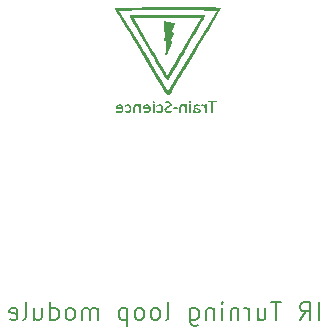
<source format=gbr>
%TF.GenerationSoftware,KiCad,Pcbnew,8.0.2*%
%TF.CreationDate,2024-12-24T23:51:17+01:00*%
%TF.ProjectId,keerlusRelais,6b656572-6c75-4735-9265-6c6169732e6b,rev?*%
%TF.SameCoordinates,Original*%
%TF.FileFunction,Legend,Bot*%
%TF.FilePolarity,Positive*%
%FSLAX46Y46*%
G04 Gerber Fmt 4.6, Leading zero omitted, Abs format (unit mm)*
G04 Created by KiCad (PCBNEW 8.0.2) date 2024-12-24 23:51:17*
%MOMM*%
%LPD*%
G01*
G04 APERTURE LIST*
%ADD10C,0.200000*%
%ADD11C,0.000000*%
%ADD12R,1.500000X1.500000*%
%ADD13O,1.500000X1.500000*%
%ADD14R,1.200000X1.200000*%
%ADD15C,1.200000*%
%ADD16C,1.600000*%
%ADD17R,1.400000X1.400000*%
%ADD18C,1.400000*%
%ADD19C,3.200000*%
%ADD20R,1.600000X1.600000*%
%ADD21O,1.600000X1.600000*%
%ADD22R,2.600000X2.600000*%
%ADD23C,2.600000*%
%ADD24C,1.500000*%
%ADD25R,1.700000X1.700000*%
%ADD26O,1.700000X1.700000*%
G04 APERTURE END LIST*
D10*
X170551428Y-72057528D02*
X170551428Y-70557528D01*
X168979999Y-72057528D02*
X169479999Y-71343242D01*
X169837142Y-72057528D02*
X169837142Y-70557528D01*
X169837142Y-70557528D02*
X169265713Y-70557528D01*
X169265713Y-70557528D02*
X169122856Y-70628957D01*
X169122856Y-70628957D02*
X169051427Y-70700385D01*
X169051427Y-70700385D02*
X168979999Y-70843242D01*
X168979999Y-70843242D02*
X168979999Y-71057528D01*
X168979999Y-71057528D02*
X169051427Y-71200385D01*
X169051427Y-71200385D02*
X169122856Y-71271814D01*
X169122856Y-71271814D02*
X169265713Y-71343242D01*
X169265713Y-71343242D02*
X169837142Y-71343242D01*
X167408570Y-70557528D02*
X166551428Y-70557528D01*
X166979999Y-72057528D02*
X166979999Y-70557528D01*
X165408571Y-71057528D02*
X165408571Y-72057528D01*
X166051428Y-71057528D02*
X166051428Y-71843242D01*
X166051428Y-71843242D02*
X165979999Y-71986100D01*
X165979999Y-71986100D02*
X165837142Y-72057528D01*
X165837142Y-72057528D02*
X165622856Y-72057528D01*
X165622856Y-72057528D02*
X165479999Y-71986100D01*
X165479999Y-71986100D02*
X165408571Y-71914671D01*
X164694285Y-72057528D02*
X164694285Y-71057528D01*
X164694285Y-71343242D02*
X164622856Y-71200385D01*
X164622856Y-71200385D02*
X164551428Y-71128957D01*
X164551428Y-71128957D02*
X164408570Y-71057528D01*
X164408570Y-71057528D02*
X164265713Y-71057528D01*
X163765714Y-71057528D02*
X163765714Y-72057528D01*
X163765714Y-71200385D02*
X163694285Y-71128957D01*
X163694285Y-71128957D02*
X163551428Y-71057528D01*
X163551428Y-71057528D02*
X163337142Y-71057528D01*
X163337142Y-71057528D02*
X163194285Y-71128957D01*
X163194285Y-71128957D02*
X163122857Y-71271814D01*
X163122857Y-71271814D02*
X163122857Y-72057528D01*
X162408571Y-72057528D02*
X162408571Y-71057528D01*
X162408571Y-70557528D02*
X162479999Y-70628957D01*
X162479999Y-70628957D02*
X162408571Y-70700385D01*
X162408571Y-70700385D02*
X162337142Y-70628957D01*
X162337142Y-70628957D02*
X162408571Y-70557528D01*
X162408571Y-70557528D02*
X162408571Y-70700385D01*
X161694285Y-71057528D02*
X161694285Y-72057528D01*
X161694285Y-71200385D02*
X161622856Y-71128957D01*
X161622856Y-71128957D02*
X161479999Y-71057528D01*
X161479999Y-71057528D02*
X161265713Y-71057528D01*
X161265713Y-71057528D02*
X161122856Y-71128957D01*
X161122856Y-71128957D02*
X161051428Y-71271814D01*
X161051428Y-71271814D02*
X161051428Y-72057528D01*
X159694285Y-71057528D02*
X159694285Y-72271814D01*
X159694285Y-72271814D02*
X159765713Y-72414671D01*
X159765713Y-72414671D02*
X159837142Y-72486100D01*
X159837142Y-72486100D02*
X159979999Y-72557528D01*
X159979999Y-72557528D02*
X160194285Y-72557528D01*
X160194285Y-72557528D02*
X160337142Y-72486100D01*
X159694285Y-71986100D02*
X159837142Y-72057528D01*
X159837142Y-72057528D02*
X160122856Y-72057528D01*
X160122856Y-72057528D02*
X160265713Y-71986100D01*
X160265713Y-71986100D02*
X160337142Y-71914671D01*
X160337142Y-71914671D02*
X160408570Y-71771814D01*
X160408570Y-71771814D02*
X160408570Y-71343242D01*
X160408570Y-71343242D02*
X160337142Y-71200385D01*
X160337142Y-71200385D02*
X160265713Y-71128957D01*
X160265713Y-71128957D02*
X160122856Y-71057528D01*
X160122856Y-71057528D02*
X159837142Y-71057528D01*
X159837142Y-71057528D02*
X159694285Y-71128957D01*
X157622856Y-72057528D02*
X157765713Y-71986100D01*
X157765713Y-71986100D02*
X157837142Y-71843242D01*
X157837142Y-71843242D02*
X157837142Y-70557528D01*
X156837142Y-72057528D02*
X156979999Y-71986100D01*
X156979999Y-71986100D02*
X157051428Y-71914671D01*
X157051428Y-71914671D02*
X157122856Y-71771814D01*
X157122856Y-71771814D02*
X157122856Y-71343242D01*
X157122856Y-71343242D02*
X157051428Y-71200385D01*
X157051428Y-71200385D02*
X156979999Y-71128957D01*
X156979999Y-71128957D02*
X156837142Y-71057528D01*
X156837142Y-71057528D02*
X156622856Y-71057528D01*
X156622856Y-71057528D02*
X156479999Y-71128957D01*
X156479999Y-71128957D02*
X156408571Y-71200385D01*
X156408571Y-71200385D02*
X156337142Y-71343242D01*
X156337142Y-71343242D02*
X156337142Y-71771814D01*
X156337142Y-71771814D02*
X156408571Y-71914671D01*
X156408571Y-71914671D02*
X156479999Y-71986100D01*
X156479999Y-71986100D02*
X156622856Y-72057528D01*
X156622856Y-72057528D02*
X156837142Y-72057528D01*
X155479999Y-72057528D02*
X155622856Y-71986100D01*
X155622856Y-71986100D02*
X155694285Y-71914671D01*
X155694285Y-71914671D02*
X155765713Y-71771814D01*
X155765713Y-71771814D02*
X155765713Y-71343242D01*
X155765713Y-71343242D02*
X155694285Y-71200385D01*
X155694285Y-71200385D02*
X155622856Y-71128957D01*
X155622856Y-71128957D02*
X155479999Y-71057528D01*
X155479999Y-71057528D02*
X155265713Y-71057528D01*
X155265713Y-71057528D02*
X155122856Y-71128957D01*
X155122856Y-71128957D02*
X155051428Y-71200385D01*
X155051428Y-71200385D02*
X154979999Y-71343242D01*
X154979999Y-71343242D02*
X154979999Y-71771814D01*
X154979999Y-71771814D02*
X155051428Y-71914671D01*
X155051428Y-71914671D02*
X155122856Y-71986100D01*
X155122856Y-71986100D02*
X155265713Y-72057528D01*
X155265713Y-72057528D02*
X155479999Y-72057528D01*
X154337142Y-71057528D02*
X154337142Y-72557528D01*
X154337142Y-71128957D02*
X154194285Y-71057528D01*
X154194285Y-71057528D02*
X153908570Y-71057528D01*
X153908570Y-71057528D02*
X153765713Y-71128957D01*
X153765713Y-71128957D02*
X153694285Y-71200385D01*
X153694285Y-71200385D02*
X153622856Y-71343242D01*
X153622856Y-71343242D02*
X153622856Y-71771814D01*
X153622856Y-71771814D02*
X153694285Y-71914671D01*
X153694285Y-71914671D02*
X153765713Y-71986100D01*
X153765713Y-71986100D02*
X153908570Y-72057528D01*
X153908570Y-72057528D02*
X154194285Y-72057528D01*
X154194285Y-72057528D02*
X154337142Y-71986100D01*
X151837142Y-72057528D02*
X151837142Y-71057528D01*
X151837142Y-71200385D02*
X151765713Y-71128957D01*
X151765713Y-71128957D02*
X151622856Y-71057528D01*
X151622856Y-71057528D02*
X151408570Y-71057528D01*
X151408570Y-71057528D02*
X151265713Y-71128957D01*
X151265713Y-71128957D02*
X151194285Y-71271814D01*
X151194285Y-71271814D02*
X151194285Y-72057528D01*
X151194285Y-71271814D02*
X151122856Y-71128957D01*
X151122856Y-71128957D02*
X150979999Y-71057528D01*
X150979999Y-71057528D02*
X150765713Y-71057528D01*
X150765713Y-71057528D02*
X150622856Y-71128957D01*
X150622856Y-71128957D02*
X150551427Y-71271814D01*
X150551427Y-71271814D02*
X150551427Y-72057528D01*
X149622856Y-72057528D02*
X149765713Y-71986100D01*
X149765713Y-71986100D02*
X149837142Y-71914671D01*
X149837142Y-71914671D02*
X149908570Y-71771814D01*
X149908570Y-71771814D02*
X149908570Y-71343242D01*
X149908570Y-71343242D02*
X149837142Y-71200385D01*
X149837142Y-71200385D02*
X149765713Y-71128957D01*
X149765713Y-71128957D02*
X149622856Y-71057528D01*
X149622856Y-71057528D02*
X149408570Y-71057528D01*
X149408570Y-71057528D02*
X149265713Y-71128957D01*
X149265713Y-71128957D02*
X149194285Y-71200385D01*
X149194285Y-71200385D02*
X149122856Y-71343242D01*
X149122856Y-71343242D02*
X149122856Y-71771814D01*
X149122856Y-71771814D02*
X149194285Y-71914671D01*
X149194285Y-71914671D02*
X149265713Y-71986100D01*
X149265713Y-71986100D02*
X149408570Y-72057528D01*
X149408570Y-72057528D02*
X149622856Y-72057528D01*
X147837142Y-72057528D02*
X147837142Y-70557528D01*
X147837142Y-71986100D02*
X147979999Y-72057528D01*
X147979999Y-72057528D02*
X148265713Y-72057528D01*
X148265713Y-72057528D02*
X148408570Y-71986100D01*
X148408570Y-71986100D02*
X148479999Y-71914671D01*
X148479999Y-71914671D02*
X148551427Y-71771814D01*
X148551427Y-71771814D02*
X148551427Y-71343242D01*
X148551427Y-71343242D02*
X148479999Y-71200385D01*
X148479999Y-71200385D02*
X148408570Y-71128957D01*
X148408570Y-71128957D02*
X148265713Y-71057528D01*
X148265713Y-71057528D02*
X147979999Y-71057528D01*
X147979999Y-71057528D02*
X147837142Y-71128957D01*
X146479999Y-71057528D02*
X146479999Y-72057528D01*
X147122856Y-71057528D02*
X147122856Y-71843242D01*
X147122856Y-71843242D02*
X147051427Y-71986100D01*
X147051427Y-71986100D02*
X146908570Y-72057528D01*
X146908570Y-72057528D02*
X146694284Y-72057528D01*
X146694284Y-72057528D02*
X146551427Y-71986100D01*
X146551427Y-71986100D02*
X146479999Y-71914671D01*
X145551427Y-72057528D02*
X145694284Y-71986100D01*
X145694284Y-71986100D02*
X145765713Y-71843242D01*
X145765713Y-71843242D02*
X145765713Y-70557528D01*
X144408570Y-71986100D02*
X144551427Y-72057528D01*
X144551427Y-72057528D02*
X144837142Y-72057528D01*
X144837142Y-72057528D02*
X144979999Y-71986100D01*
X144979999Y-71986100D02*
X145051427Y-71843242D01*
X145051427Y-71843242D02*
X145051427Y-71271814D01*
X145051427Y-71271814D02*
X144979999Y-71128957D01*
X144979999Y-71128957D02*
X144837142Y-71057528D01*
X144837142Y-71057528D02*
X144551427Y-71057528D01*
X144551427Y-71057528D02*
X144408570Y-71128957D01*
X144408570Y-71128957D02*
X144337142Y-71271814D01*
X144337142Y-71271814D02*
X144337142Y-71414671D01*
X144337142Y-71414671D02*
X145051427Y-71557528D01*
D11*
%TO.C,G\u002A\u002A\u002A*%
G36*
X159762137Y-54543200D02*
G01*
X159601174Y-54543200D01*
X159601174Y-53802769D01*
X159762137Y-53802769D01*
X159762137Y-54543200D01*
G37*
G36*
X156671643Y-54543200D02*
G01*
X156510679Y-54543200D01*
X156510679Y-53802769D01*
X156671643Y-53802769D01*
X156671643Y-54543200D01*
G37*
G36*
X159725057Y-53543361D02*
G01*
X159756328Y-53601565D01*
X159758208Y-53618786D01*
X159745040Y-53662959D01*
X159685794Y-53673999D01*
X159631497Y-53668300D01*
X159582957Y-53632248D01*
X159589070Y-53562528D01*
X159613051Y-53530565D01*
X159668811Y-53517714D01*
X159725057Y-53543361D01*
G37*
G36*
X156634562Y-53543361D02*
G01*
X156665833Y-53601565D01*
X156667714Y-53618786D01*
X156654546Y-53662959D01*
X156595300Y-53673999D01*
X156541002Y-53668300D01*
X156492463Y-53632248D01*
X156498576Y-53562528D01*
X156522557Y-53530565D01*
X156578317Y-53517714D01*
X156634562Y-53543361D01*
G37*
G36*
X158536697Y-54071845D02*
G01*
X158607403Y-54098919D01*
X158635394Y-54141406D01*
X158633883Y-54151965D01*
X158608379Y-54174353D01*
X158542268Y-54185841D01*
X158423781Y-54189081D01*
X158324351Y-54187672D01*
X158254453Y-54180260D01*
X158224951Y-54163166D01*
X158222845Y-54132744D01*
X158224713Y-54126014D01*
X158267283Y-54087266D01*
X158346737Y-54065600D01*
X158443175Y-54060599D01*
X158536697Y-54071845D01*
G37*
G36*
X161647250Y-53513161D02*
G01*
X161785928Y-53514892D01*
X161874901Y-53519863D01*
X161924335Y-53529589D01*
X161944399Y-53545588D01*
X161945260Y-53569373D01*
X161932923Y-53596105D01*
X161882526Y-53622408D01*
X161781936Y-53635522D01*
X161629310Y-53645334D01*
X161629310Y-54543200D01*
X161468347Y-54543200D01*
X161468347Y-53641806D01*
X161323480Y-53641806D01*
X161313073Y-53641782D01*
X161227451Y-53636683D01*
X161188092Y-53617657D01*
X161178613Y-53577421D01*
X161180076Y-53558024D01*
X161192582Y-53537129D01*
X161226918Y-53523945D01*
X161293722Y-53516709D01*
X161403632Y-53513660D01*
X161567286Y-53513036D01*
X161647250Y-53513161D01*
G37*
G36*
X161082035Y-54543200D02*
G01*
X161001554Y-54543200D01*
X160976154Y-54542549D01*
X160944963Y-54532539D01*
X160928538Y-54499440D01*
X160922151Y-54429488D01*
X160921072Y-54308919D01*
X160920820Y-54276100D01*
X160908100Y-54115385D01*
X160873695Y-54008818D01*
X160814170Y-53949752D01*
X160726091Y-53931540D01*
X160704283Y-53931013D01*
X160646873Y-53914633D01*
X160631338Y-53867155D01*
X160638379Y-53839259D01*
X160686967Y-53806074D01*
X160766476Y-53804196D01*
X160858803Y-53836095D01*
X160901366Y-53852977D01*
X160921072Y-53836095D01*
X160941060Y-53814174D01*
X161001554Y-53802769D01*
X161082035Y-53802769D01*
X161082035Y-54543200D01*
G37*
G36*
X154501443Y-53817527D02*
G01*
X154605074Y-53878042D01*
X154670761Y-53988108D01*
X154701213Y-54150733D01*
X154706723Y-54259215D01*
X154699240Y-54331703D01*
X154671730Y-54385957D01*
X154617565Y-54445323D01*
X154583476Y-54477169D01*
X154497070Y-54529144D01*
X154392007Y-54543200D01*
X154290735Y-54529981D01*
X154199331Y-54489764D01*
X154144377Y-54432108D01*
X154139822Y-54366773D01*
X154151453Y-54339932D01*
X154174884Y-54327129D01*
X154220159Y-54361759D01*
X154221143Y-54362642D01*
X154310839Y-54406772D01*
X154412361Y-54407246D01*
X154496339Y-54363841D01*
X154506905Y-54351043D01*
X154537926Y-54268032D01*
X154546505Y-54159878D01*
X154532643Y-54055078D01*
X154496339Y-53982129D01*
X154495462Y-53981260D01*
X154411057Y-53938442D01*
X154309499Y-53939500D01*
X154220159Y-53984211D01*
X154191801Y-54008557D01*
X154161105Y-54017981D01*
X154139822Y-53979197D01*
X154141209Y-53921548D01*
X154190895Y-53862368D01*
X154277854Y-53819371D01*
X154387736Y-53802769D01*
X154501443Y-53817527D01*
G37*
G36*
X157173433Y-53817527D02*
G01*
X157277064Y-53878042D01*
X157342751Y-53988108D01*
X157373202Y-54150733D01*
X157378713Y-54259215D01*
X157371230Y-54331703D01*
X157343720Y-54385957D01*
X157289554Y-54445323D01*
X157255466Y-54477169D01*
X157169060Y-54529144D01*
X157063997Y-54543200D01*
X156962725Y-54529981D01*
X156871321Y-54489764D01*
X156816367Y-54432108D01*
X156811812Y-54366773D01*
X156823442Y-54339932D01*
X156846874Y-54327129D01*
X156892149Y-54361759D01*
X156893132Y-54362642D01*
X156982829Y-54406772D01*
X157084351Y-54407246D01*
X157168329Y-54363841D01*
X157171808Y-54360116D01*
X157206068Y-54284813D01*
X157218918Y-54172985D01*
X157218829Y-54163249D01*
X157204026Y-54053454D01*
X157168329Y-53982129D01*
X157167452Y-53981260D01*
X157083046Y-53938442D01*
X156981489Y-53939500D01*
X156892149Y-53984211D01*
X156863791Y-54008557D01*
X156833095Y-54017981D01*
X156811812Y-53979197D01*
X156813199Y-53921548D01*
X156862885Y-53862368D01*
X156949844Y-53819371D01*
X157059726Y-53802769D01*
X157173433Y-53817527D01*
G37*
G36*
X160565800Y-54322537D02*
G01*
X160551997Y-54418657D01*
X160497052Y-54491932D01*
X160449337Y-54514617D01*
X160345055Y-54532821D01*
X160188320Y-54536021D01*
X159949488Y-54531149D01*
X159958949Y-54275009D01*
X160116256Y-54275009D01*
X160121663Y-54312033D01*
X160154887Y-54375799D01*
X160196907Y-54401034D01*
X160275587Y-54413708D01*
X160351211Y-54400887D01*
X160395178Y-54363977D01*
X160397371Y-54306434D01*
X160345613Y-54261669D01*
X160234200Y-54231989D01*
X160163399Y-54223870D01*
X160125113Y-54235273D01*
X160116256Y-54275009D01*
X159958949Y-54275009D01*
X159960439Y-54234661D01*
X159963750Y-54161881D01*
X159979189Y-54007138D01*
X160009297Y-53903404D01*
X160060525Y-53841130D01*
X160139320Y-53810768D01*
X160252132Y-53802769D01*
X160287023Y-53803364D01*
X160419633Y-53820257D01*
X160504723Y-53858209D01*
X160534760Y-53914250D01*
X160534575Y-53918278D01*
X160516746Y-53941184D01*
X160460931Y-53947973D01*
X160354538Y-53940480D01*
X160256247Y-53933689D01*
X160182450Y-53940964D01*
X160145779Y-53966951D01*
X160123171Y-54013663D01*
X160124730Y-54070832D01*
X160172593Y-54092683D01*
X160234848Y-54098723D01*
X160345053Y-54125717D01*
X160448915Y-54165608D01*
X160517578Y-54208690D01*
X160536410Y-54231887D01*
X160560579Y-54306434D01*
X160565800Y-54322537D01*
G37*
G36*
X157889545Y-53524551D02*
G01*
X158009050Y-53574279D01*
X158087625Y-53653715D01*
X158119703Y-53752357D01*
X158099715Y-53859707D01*
X158022095Y-53965264D01*
X158003912Y-53981568D01*
X157922092Y-54042866D01*
X157853083Y-54078566D01*
X157823151Y-54089271D01*
X157731182Y-54148964D01*
X157678659Y-54227595D01*
X157672147Y-54310370D01*
X157718212Y-54382493D01*
X157728171Y-54389264D01*
X157809009Y-54407002D01*
X157931064Y-54398359D01*
X158080071Y-54364064D01*
X158128108Y-54360068D01*
X158153312Y-54387510D01*
X158137630Y-54437052D01*
X158080956Y-54493086D01*
X158008362Y-54524597D01*
X157884995Y-54541193D01*
X157752443Y-54531535D01*
X157638505Y-54495471D01*
X157569918Y-54440535D01*
X157510175Y-54338564D01*
X157491510Y-54236135D01*
X157517286Y-54136193D01*
X157597892Y-54047305D01*
X157738028Y-53961699D01*
X157815544Y-53918443D01*
X157914966Y-53838245D01*
X157952040Y-53761183D01*
X157925874Y-53688550D01*
X157923325Y-53685703D01*
X157864866Y-53655818D01*
X157781363Y-53642888D01*
X157701389Y-53648439D01*
X157653518Y-53673999D01*
X157612666Y-53704789D01*
X157563818Y-53693914D01*
X157540844Y-53642939D01*
X157540846Y-53642335D01*
X157570524Y-53573240D01*
X157653550Y-53528771D01*
X157782289Y-53513036D01*
X157889545Y-53524551D01*
G37*
G36*
X159359943Y-53803988D02*
G01*
X159383392Y-53814787D01*
X159397621Y-53846124D01*
X159404933Y-53908962D01*
X159407630Y-54014262D01*
X159408018Y-54172985D01*
X159408018Y-54543200D01*
X159327536Y-54543200D01*
X159294209Y-54541724D01*
X159267355Y-54528601D01*
X159253311Y-54490642D01*
X159247927Y-54414664D01*
X159247054Y-54287485D01*
X159246958Y-54248304D01*
X159243770Y-54131262D01*
X159233291Y-54058461D01*
X159211783Y-54013920D01*
X159175506Y-53981654D01*
X159158149Y-53970399D01*
X159068620Y-53936399D01*
X158990725Y-53940444D01*
X158944669Y-53982462D01*
X158942712Y-53988840D01*
X158933781Y-54054366D01*
X158927501Y-54160739D01*
X158925128Y-54288292D01*
X158924674Y-54393007D01*
X158920568Y-54478522D01*
X158908641Y-54523257D01*
X158884723Y-54540415D01*
X158844646Y-54543200D01*
X158839476Y-54543194D01*
X158802976Y-54539987D01*
X158780716Y-54522328D01*
X158769174Y-54477734D01*
X158764830Y-54393722D01*
X158764165Y-54257808D01*
X158770075Y-54093568D01*
X158794135Y-53955150D01*
X158840639Y-53865519D01*
X158913743Y-53817213D01*
X159017604Y-53802769D01*
X159032048Y-53803050D01*
X159121205Y-53816219D01*
X159180255Y-53843010D01*
X159216168Y-53867107D01*
X159237665Y-53843010D01*
X159264750Y-53817507D01*
X159330219Y-53802769D01*
X159359943Y-53803988D01*
G37*
G36*
X156336933Y-54073000D02*
G01*
X156340913Y-54244890D01*
X156336861Y-54275586D01*
X156303544Y-54388779D01*
X156238414Y-54469705D01*
X156225464Y-54479820D01*
X156136931Y-54520354D01*
X156026696Y-54540154D01*
X155911616Y-54540338D01*
X155808546Y-54522024D01*
X155734343Y-54486331D01*
X155705863Y-54434376D01*
X155706465Y-54427067D01*
X155726496Y-54405300D01*
X155784347Y-54398706D01*
X155892811Y-54405295D01*
X155968380Y-54409072D01*
X156092448Y-54392168D01*
X156165086Y-54339960D01*
X156188753Y-54251167D01*
X156187980Y-54236882D01*
X156175254Y-54211313D01*
X156136802Y-54196892D01*
X156059747Y-54190517D01*
X155931212Y-54189081D01*
X155673670Y-54189081D01*
X155673670Y-54090027D01*
X155684967Y-54034557D01*
X155834634Y-54034557D01*
X155850405Y-54045152D01*
X155914717Y-54056076D01*
X156011693Y-54060311D01*
X156084534Y-54058017D01*
X156159637Y-54048662D01*
X156188753Y-54034557D01*
X156171269Y-53991073D01*
X156106361Y-53948306D01*
X156011693Y-53931540D01*
X155936956Y-53941712D01*
X155863450Y-53979477D01*
X155834634Y-54034557D01*
X155684967Y-54034557D01*
X155691298Y-54003471D01*
X155758460Y-53902669D01*
X155859914Y-53830419D01*
X155978623Y-53802769D01*
X156043522Y-53806482D01*
X156185284Y-53850192D01*
X156284072Y-53940233D01*
X156321627Y-54034557D01*
X156336933Y-54073000D01*
G37*
G36*
X155464632Y-53803988D02*
G01*
X155488082Y-53814787D01*
X155502311Y-53846124D01*
X155509622Y-53908962D01*
X155512320Y-54014262D01*
X155512707Y-54172985D01*
X155512707Y-54543200D01*
X155432226Y-54543200D01*
X155398899Y-54541724D01*
X155372045Y-54528601D01*
X155358001Y-54490642D01*
X155352617Y-54414664D01*
X155351744Y-54287485D01*
X155351648Y-54248304D01*
X155348459Y-54131262D01*
X155337981Y-54058461D01*
X155316472Y-54013920D01*
X155280196Y-53981654D01*
X155262838Y-53970399D01*
X155173310Y-53936399D01*
X155095414Y-53940444D01*
X155049358Y-53982462D01*
X155047401Y-53988840D01*
X155038470Y-54054366D01*
X155032190Y-54160739D01*
X155029817Y-54288292D01*
X155029363Y-54393007D01*
X155025258Y-54478522D01*
X155013330Y-54523257D01*
X154989413Y-54540415D01*
X154949336Y-54543200D01*
X154944166Y-54543194D01*
X154907666Y-54539987D01*
X154885405Y-54522328D01*
X154873863Y-54477734D01*
X154869520Y-54393722D01*
X154868854Y-54257808D01*
X154874764Y-54093568D01*
X154898825Y-53955150D01*
X154945329Y-53865519D01*
X155018433Y-53817213D01*
X155122293Y-53802769D01*
X155136737Y-53803050D01*
X155225895Y-53816219D01*
X155284944Y-53843010D01*
X155320858Y-53867107D01*
X155342354Y-53843010D01*
X155369439Y-53817507D01*
X155434908Y-53802769D01*
X155464632Y-53803988D01*
G37*
G36*
X154019062Y-54073000D02*
G01*
X154023043Y-54244890D01*
X154018990Y-54275586D01*
X153985673Y-54388779D01*
X153920543Y-54469705D01*
X153907593Y-54479820D01*
X153819060Y-54520354D01*
X153708826Y-54540154D01*
X153593745Y-54540338D01*
X153490676Y-54522024D01*
X153416473Y-54486331D01*
X153387992Y-54434376D01*
X153388595Y-54427067D01*
X153408625Y-54405300D01*
X153466476Y-54398706D01*
X153574940Y-54405295D01*
X153650509Y-54409072D01*
X153774577Y-54392168D01*
X153847215Y-54339960D01*
X153870882Y-54251167D01*
X153870110Y-54236882D01*
X153857383Y-54211313D01*
X153818931Y-54196892D01*
X153741877Y-54190517D01*
X153613341Y-54189081D01*
X153355800Y-54189081D01*
X153355800Y-54090027D01*
X153367096Y-54034557D01*
X153516763Y-54034557D01*
X153532534Y-54045152D01*
X153596846Y-54056076D01*
X153693822Y-54060311D01*
X153766663Y-54058017D01*
X153841767Y-54048662D01*
X153870882Y-54034557D01*
X153853398Y-53991073D01*
X153788491Y-53948306D01*
X153693822Y-53931540D01*
X153619085Y-53941712D01*
X153545579Y-53979477D01*
X153516763Y-54034557D01*
X153367096Y-54034557D01*
X153373427Y-54003471D01*
X153440589Y-53902669D01*
X153542043Y-53830419D01*
X153660752Y-53802769D01*
X153725651Y-53806482D01*
X153867413Y-53850192D01*
X153966201Y-53940233D01*
X154003756Y-54034557D01*
X154019062Y-54073000D01*
G37*
G36*
X157599584Y-46775055D02*
G01*
X157706767Y-46797861D01*
X157807350Y-46821620D01*
X157924498Y-46847490D01*
X158007637Y-46863793D01*
X158129236Y-46885750D01*
X158267330Y-46918223D01*
X158354583Y-46951145D01*
X158385770Y-46971406D01*
X158393596Y-47004893D01*
X158364486Y-47068058D01*
X158334421Y-47127127D01*
X158288304Y-47223113D01*
X158234888Y-47337502D01*
X158181168Y-47454987D01*
X158134137Y-47560260D01*
X158100789Y-47638014D01*
X158088119Y-47672939D01*
X158097380Y-47680074D01*
X158146351Y-47686166D01*
X158186176Y-47692492D01*
X158259165Y-47726407D01*
X158274994Y-47738772D01*
X158295542Y-47768801D01*
X158287917Y-47814076D01*
X158251132Y-47895418D01*
X158211393Y-47979681D01*
X158162778Y-48086347D01*
X158112601Y-48198885D01*
X158067966Y-48301197D01*
X158035976Y-48377185D01*
X158023734Y-48410752D01*
X158036087Y-48418883D01*
X158087957Y-48435882D01*
X158104712Y-48440961D01*
X158153591Y-48474444D01*
X158166862Y-48534132D01*
X158144483Y-48629145D01*
X158086412Y-48768598D01*
X158027724Y-48896375D01*
X157969959Y-49022942D01*
X157926615Y-49118739D01*
X157885819Y-49209386D01*
X157828889Y-49335417D01*
X157770281Y-49464810D01*
X157721947Y-49564317D01*
X157665388Y-49654226D01*
X157623957Y-49681590D01*
X157597601Y-49646388D01*
X157586268Y-49548598D01*
X157589906Y-49388196D01*
X157593886Y-49318403D01*
X157602180Y-49169500D01*
X157611639Y-48996671D01*
X157620896Y-48824771D01*
X157640005Y-48466418D01*
X157555617Y-48445238D01*
X157550672Y-48443961D01*
X157510504Y-48426997D01*
X157489203Y-48394791D01*
X157485919Y-48335527D01*
X157499804Y-48237393D01*
X157530010Y-48088574D01*
X157534827Y-48065954D01*
X157564958Y-47914284D01*
X157578833Y-47811164D01*
X157576154Y-47744271D01*
X157556626Y-47701286D01*
X157519953Y-47669888D01*
X157517111Y-47668021D01*
X157487176Y-47645265D01*
X157467207Y-47616066D01*
X157455580Y-47568841D01*
X157450670Y-47492007D01*
X157450853Y-47373980D01*
X157454506Y-47203178D01*
X157455185Y-47176545D01*
X157460677Y-47022056D01*
X157467793Y-46893829D01*
X157475688Y-46804569D01*
X157483518Y-46766982D01*
X157518913Y-46764110D01*
X157599584Y-46775055D01*
G37*
G36*
X160815719Y-46548184D02*
G01*
X160736787Y-46697073D01*
X160631520Y-46889575D01*
X160498981Y-47127366D01*
X160338234Y-47412123D01*
X160148343Y-47745524D01*
X159928371Y-48129245D01*
X159677382Y-48564962D01*
X159394439Y-49054354D01*
X159345932Y-49138120D01*
X159129243Y-49512143D01*
X158921855Y-49869831D01*
X158726060Y-50207244D01*
X158544153Y-50520441D01*
X158378426Y-50805482D01*
X158231173Y-51058428D01*
X158104688Y-51275339D01*
X158001262Y-51452274D01*
X157923191Y-51585294D01*
X157872767Y-51670458D01*
X157852283Y-51703827D01*
X157812828Y-51728333D01*
X157738969Y-51736019D01*
X157729686Y-51733271D01*
X157709663Y-51719318D01*
X157682629Y-51690943D01*
X157646638Y-51644973D01*
X157599739Y-51578233D01*
X157539986Y-51487552D01*
X157465428Y-51369755D01*
X157374119Y-51221670D01*
X157264109Y-51040124D01*
X157133450Y-50821942D01*
X156980193Y-50563953D01*
X156802390Y-50262982D01*
X156598093Y-49915857D01*
X156365353Y-49519404D01*
X156102222Y-49070450D01*
X155853297Y-48644970D01*
X155592813Y-48198321D01*
X155363789Y-47803872D01*
X155165313Y-47460011D01*
X154996474Y-47165128D01*
X154856359Y-46917610D01*
X154744059Y-46715845D01*
X154658661Y-46558220D01*
X154634356Y-46511134D01*
X154904753Y-46511134D01*
X156312654Y-48916177D01*
X156482203Y-49205713D01*
X156686368Y-49554092D01*
X156879448Y-49883265D01*
X157059065Y-50189190D01*
X157222839Y-50467826D01*
X157368391Y-50715130D01*
X157493342Y-50927061D01*
X157595313Y-51099577D01*
X157671924Y-51228637D01*
X157720797Y-51310197D01*
X157739551Y-51340218D01*
X157753109Y-51323326D01*
X157796889Y-51255149D01*
X157868496Y-51138481D01*
X157965586Y-50977287D01*
X158085814Y-50775530D01*
X158226836Y-50537174D01*
X158386308Y-50266185D01*
X158561885Y-49966526D01*
X158751222Y-49642162D01*
X158951976Y-49297056D01*
X159161803Y-48935175D01*
X160565057Y-46511134D01*
X159149529Y-46502751D01*
X158857334Y-46501322D01*
X158446992Y-46500062D01*
X158006337Y-46499402D01*
X157554309Y-46499341D01*
X157109847Y-46499879D01*
X156691890Y-46501016D01*
X156319377Y-46502751D01*
X154904753Y-46511134D01*
X154634356Y-46511134D01*
X154599252Y-46443125D01*
X154564923Y-46368948D01*
X154554761Y-46334075D01*
X154563024Y-46253593D01*
X160904976Y-46253593D01*
X160904640Y-46350171D01*
X160898325Y-46374537D01*
X160869253Y-46441231D01*
X160834264Y-46511134D01*
X160815719Y-46548184D01*
G37*
G36*
X162143319Y-45942634D02*
G01*
X162074391Y-46066603D01*
X161987544Y-46219190D01*
X161881239Y-46403043D01*
X161753940Y-46620812D01*
X161604107Y-46875146D01*
X161430204Y-47168693D01*
X161230692Y-47504103D01*
X161004035Y-47884024D01*
X160748693Y-48311106D01*
X160463130Y-48787996D01*
X160145808Y-49317344D01*
X160082249Y-49423324D01*
X159818652Y-49862804D01*
X159564181Y-50286988D01*
X159320834Y-50692547D01*
X159090611Y-51076155D01*
X158875509Y-51434484D01*
X158677527Y-51764208D01*
X158498662Y-52062000D01*
X158340914Y-52324531D01*
X158206280Y-52548476D01*
X158096758Y-52730508D01*
X158014348Y-52867298D01*
X157961047Y-52955521D01*
X157938854Y-52991849D01*
X157890237Y-53042194D01*
X157807048Y-53056234D01*
X157801308Y-53054830D01*
X157784270Y-53044488D01*
X157761050Y-53022107D01*
X157729962Y-52984991D01*
X157689317Y-52930444D01*
X157637427Y-52855771D01*
X157572606Y-52758274D01*
X157493164Y-52635259D01*
X157397414Y-52484029D01*
X157283668Y-52301888D01*
X157150239Y-52086141D01*
X156995439Y-51834091D01*
X156817579Y-51543044D01*
X156614972Y-51210302D01*
X156385931Y-50833170D01*
X156128766Y-50408951D01*
X155841792Y-49934951D01*
X155523319Y-49408473D01*
X155480932Y-49338373D01*
X155139669Y-48773468D01*
X154831101Y-48261665D01*
X154554308Y-47801404D01*
X154308369Y-47391125D01*
X154092366Y-47029265D01*
X153905377Y-46714265D01*
X153746483Y-46444564D01*
X153614764Y-46218600D01*
X153509299Y-46034813D01*
X153429169Y-45891643D01*
X153416133Y-45867282D01*
X153685267Y-45867282D01*
X155476237Y-48829660D01*
X155685284Y-49175436D01*
X155929156Y-49578804D01*
X156165827Y-49970256D01*
X156392687Y-50345472D01*
X156607125Y-50700135D01*
X156806530Y-51029926D01*
X156988290Y-51330527D01*
X157149795Y-51597620D01*
X157288434Y-51826887D01*
X157401595Y-52014010D01*
X157486669Y-52154669D01*
X157541043Y-52244549D01*
X157814880Y-52697058D01*
X161912624Y-45867282D01*
X159855505Y-45858997D01*
X159774962Y-45858685D01*
X159320510Y-45857298D01*
X158820428Y-45856318D01*
X158290433Y-45855746D01*
X157746241Y-45855581D01*
X157203568Y-45855824D01*
X156678130Y-45856474D01*
X156185644Y-45857532D01*
X155741826Y-45858997D01*
X153685267Y-45867282D01*
X153416133Y-45867282D01*
X153373454Y-45787528D01*
X153341234Y-45720908D01*
X153331588Y-45690222D01*
X153339703Y-45609740D01*
X157789144Y-45601579D01*
X158385718Y-45600499D01*
X158951326Y-45599537D01*
X159458771Y-45598786D01*
X159911236Y-45598284D01*
X160311905Y-45598070D01*
X160663962Y-45598182D01*
X160970592Y-45598657D01*
X161234980Y-45599534D01*
X161460308Y-45600852D01*
X161649762Y-45602648D01*
X161806525Y-45604961D01*
X161933782Y-45607828D01*
X162034717Y-45611288D01*
X162112514Y-45615379D01*
X162170357Y-45620140D01*
X162211430Y-45625608D01*
X162238918Y-45631821D01*
X162256005Y-45638819D01*
X162265875Y-45646638D01*
X162271712Y-45655317D01*
X162272984Y-45659349D01*
X162270588Y-45679961D01*
X162257961Y-45715947D01*
X162233566Y-45769955D01*
X162195864Y-45844635D01*
X162183721Y-45867282D01*
X162143319Y-45942634D01*
G37*
%TD*%
%LPC*%
D12*
%TO.C,D3*%
X168905000Y-68707000D03*
D13*
X176525000Y-68707000D03*
%TD*%
D14*
%TO.C,C3*%
X174033401Y-63500000D03*
D15*
X176033401Y-63500000D03*
%TD*%
D16*
%TO.C,C1*%
X165750000Y-45000000D03*
X168250000Y-45000000D03*
%TD*%
D17*
%TO.C,K1*%
X161242500Y-73246500D03*
D18*
X161242500Y-65626500D03*
X161242500Y-60546500D03*
X161242500Y-55466500D03*
X153622500Y-55466500D03*
X153622500Y-60546500D03*
X153622500Y-65626500D03*
X153622500Y-73246500D03*
%TD*%
D19*
%TO.C,REF\u002A\u002A*%
X144000000Y-46000000D03*
%TD*%
%TO.C,REF\u002A\u002A*%
X174500000Y-75000000D03*
%TD*%
D16*
%TO.C,C2*%
X165770000Y-55414000D03*
X168270000Y-55414000D03*
%TD*%
D20*
%TO.C,D1*%
X159626000Y-44323000D03*
D21*
X154546000Y-44323000D03*
X154546000Y-51943000D03*
X159626000Y-51943000D03*
%TD*%
D22*
%TO.C,J2*%
X145415000Y-63119000D03*
D23*
X145415000Y-68199000D03*
%TD*%
D12*
%TO.C,U1*%
X169040000Y-49500000D03*
D24*
X166500000Y-49500000D03*
X163960000Y-49500000D03*
%TD*%
D22*
%TO.C,J1*%
X145415000Y-52959000D03*
D23*
X145415000Y-58039000D03*
%TD*%
D16*
%TO.C,R1*%
X164190000Y-60000000D03*
D21*
X171810000Y-60000000D03*
%TD*%
D12*
%TO.C,D2*%
X153622500Y-76430500D03*
D13*
X161242500Y-76430500D03*
%TD*%
D12*
%TO.C,Q1*%
X164465000Y-64643000D03*
D24*
X167005000Y-64643000D03*
X169545000Y-64643000D03*
%TD*%
D19*
%TO.C,REF\u002A\u002A*%
X174500000Y-46000000D03*
%TD*%
D25*
%TO.C,J3*%
X173625000Y-51475000D03*
D26*
X173625000Y-54015000D03*
X173625000Y-56555000D03*
%TD*%
D19*
%TO.C,REF\u002A\u002A*%
X144000000Y-75000000D03*
%TD*%
%LPD*%
M02*

</source>
